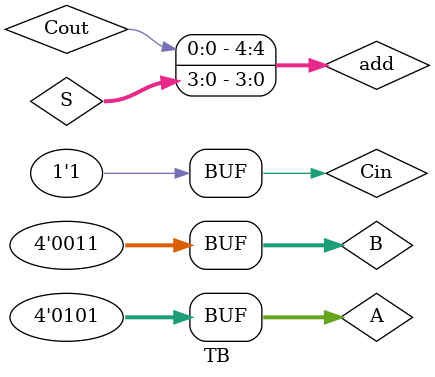
<source format=v>
module TB;
  reg [3:0]A, B; 
  reg Cin;
  wire [3:0] S;
  wire Cout;
  wire[4:0] add; 
  CarryLookAheadAdder cla(A, B, Cin, S, Cout);
  assign add = {Cout, S};
  initial begin
    $monitor("A = %b: B = %b, Cin = %b --> S = %b, Cout = %b, Addition = %0d", A, B, Cin, S, Cout, add);
    A = 1; B = 0; Cin = 0; #3;
    A = 2; B = 4; Cin = 1; #3;
    A = 4'hb; B = 4'h6; Cin = 0; #3;
    A = 5; B = 3; Cin = 1;
  end
endmodule

</source>
